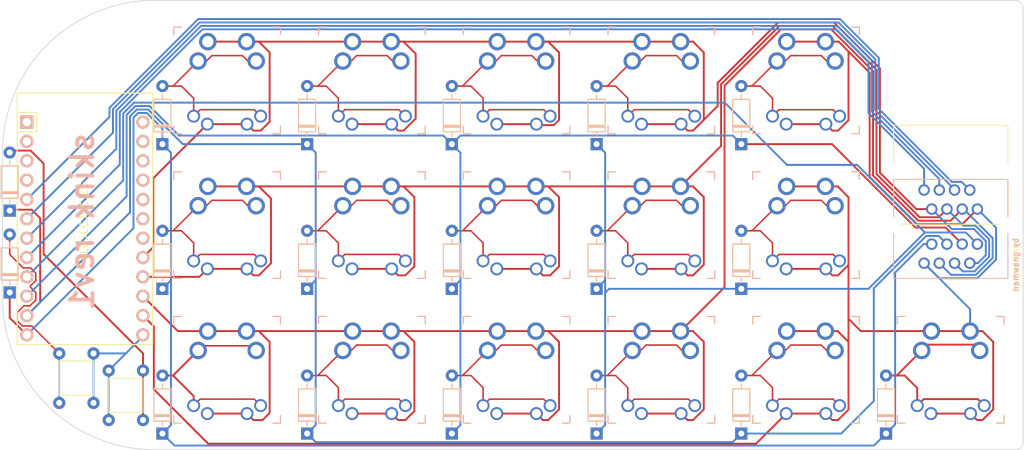
<source format=kicad_pcb>
(kicad_pcb (version 20221018) (generator pcbnew)
  (layers (0 "F.Cu" signal) (31 "B.Cu" signal) (34 "B.Paste" user) (35 "F.Paste" user) (36 "B.SilkS" user "B.Silkscreen") (37 "F.SilkS" user "F.Silkscreen") (38 "B.Mask" user) (39 "F.Mask" user) (44 "Edge.Cuts" user))
  (net 0 "")
  (net 1 "col3")
  (net 2 "col2")
  (net 3 "col1")
  (net 4 "col0")
  (net 5 "row0")
  (net 6 "row1")
  (net 7 "row2")
  (net 8 "row3")
  (net 9 "GND")
  (net 10 "VCC")
  (net 11 "col7")
  (net 12 "col6")
  (net 13 "col5")
  (net 14 "col4")
  (net 15 "rot1")
  (net 16 "rot2")
  (net 17 "RAW")
  (net 18 "RST")
  (net 19 "row4")
  (net 20 "ext1")
  (net 21 "ext2")
  (net 22 "ext0")
  (footprint "gnawman:Cherry-MX-Gateron-Lo-Flip" (layer "F.Cu") (at 49.8 50.4)
    (fp_text reference "s" hide)
    (fp_text value "s" hide)
  )
  (footprint "Diode_THT:D_DO-35_SOD27_P7.62mm_Horizontal" (layer "F.Cu") (at 21.25 59.25 90)
    (fp_text reference "R" hide)
    (fp_text value "d" hide)
  )
  (footprint "Diode_THT:D_DO-35_SOD27_P7.62mm_Horizontal" (layer "F.Cu") (at 79.3 39.77 90)
    (fp_text reference "R" hide)
    (fp_text value "d" hide)
  )
  (footprint "Diode_THT:D_DO-35_SOD27_P7.62mm_Horizontal" (layer "F.Cu") (at 60.3 58.77 90)
    (fp_text reference "R" hide)
    (fp_text value "d" hide)
  )
  (footprint "gnawman:Cherry-MX-Gateron-Lo-Flip" (layer "F.Cu") (at 87.8 50.4)
    (fp_text reference "s" hide)
    (fp_text value "s" hide)
  )
  (footprint "Diode_THT:D_DO-35_SOD27_P7.62mm_Horizontal" (layer "F.Cu") (at 21.25 48.5 90)
    (fp_text reference "R" hide)
    (fp_text value "d" hide)
  )
  (footprint "gnawman:Cherry-MX-Gateron-Lo-Flip" (layer "F.Cu") (at 125.8 69.4)
    (fp_text reference "s" hide)
    (fp_text value "s" hide)
  )
  (footprint "gnawman:Cherry-MX-Gateron-Lo-Flip" (layer "F.Cu") (at 68.8 69.4)
    (fp_text reference "s" hide)
    (fp_text value "s" hide)
  )
  (footprint "Diode_THT:D_DO-35_SOD27_P7.62mm_Horizontal" (layer "F.Cu") (at 98.3 77.77 90)
    (fp_text reference "R" hide)
    (fp_text value "d" hide)
  )
  (footprint "gnawman:Cherry-MX-Gateron-Lo-Flip" (layer "F.Cu") (at 106.8 31.4)
    (fp_text reference "s" hide)
    (fp_text value "s" hide)
  )
  (footprint "Diode_THT:D_DO-35_SOD27_P7.62mm_Horizontal" (layer "F.Cu") (at 41.3 58.77 90)
    (fp_text reference "R" hide)
    (fp_text value "d" hide)
  )
  (footprint "gnawman:Cherry-MX-Gateron-Lo-Flip" (layer "F.Cu") (at 106.8 69.4)
    (fp_text reference "s" hide)
    (fp_text value "s" hide)
  )
  (footprint "Diode_THT:D_DO-35_SOD27_P7.62mm_Horizontal" (layer "F.Cu") (at 117.3 39.77 90)
    (fp_text reference "R" hide)
    (fp_text value "d" hide)
  )
  (footprint "gnawman:Cherry-MX-Gateron-Lo-Flip" (layer "F.Cu") (at 144.8 69.4)
    (fp_text reference "s" hide)
    (fp_text value "s" hide)
  )
  (footprint "gnawman:Cherry-MX-Gateron-Lo-Flip" (layer "F.Cu") (at 87.8 31.4)
    (fp_text reference "s" hide)
    (fp_text value "s" hide)
  )
  (footprint "gnawman:Cherry-MX-Gateron-Lo-Flip" (layer "F.Cu") (at 125.8 31.4)
    (fp_text reference "s" hide)
    (fp_text value "s" hide)
  )
  (footprint "gnawman:Cherry-MX-Gateron-Lo-Flip" (layer "F.Cu") (at 106.8 50.4)
    (fp_text reference "s" hide)
    (fp_text value "s" hide)
  )
  (footprint "Diode_THT:D_DO-35_SOD27_P7.62mm_Horizontal" (layer "F.Cu") (at 117.3 58.77 90)
    (fp_text reference "R" hide)
    (fp_text value "d" hide)
  )
  (footprint "Diode_THT:D_DO-35_SOD27_P7.62mm_Horizontal" (layer "F.Cu") (at 60.3 77.77 90)
    (fp_text reference "R" hide)
    (fp_text value "d" hide)
  )
  (footprint "Diode_THT:D_DO-35_SOD27_P7.62mm_Horizontal" (layer "F.Cu") (at 60.3 39.77 90)
    (fp_text reference "R" hide)
    (fp_text value "d" hide)
  )
  (footprint "Diode_THT:D_DO-35_SOD27_P7.62mm_Horizontal" (layer "F.Cu") (at 117.3 77.77 90)
    (fp_text reference "R" hide)
    (fp_text value "d" hide)
  )
  (footprint "Diode_THT:D_DO-35_SOD27_P7.62mm_Horizontal" (layer "F.Cu") (at 79.3 77.77 90)
    (fp_text reference "R" hide)
    (fp_text value "d" hide)
  )
  (footprint "Diode_THT:D_DO-35_SOD27_P7.62mm_Horizontal" (layer "F.Cu") (at 136.3 77.77 90)
    (fp_text reference "R" hide)
    (fp_text value "d" hide)
  )
  (footprint "gnawman:Cherry-MX-Gateron-Lo-Flip" (layer "F.Cu") (at 68.8 50.4)
    (fp_text reference "s" hide)
    (fp_text value "s" hide)
  )
  (footprint "Connector_RJ:RJ45_gnawman" (layer "F.Cu") (at 136.3 39.8 180)
    (fp_text reference "REF" hide)
    (fp_text value "RJ45_gnawman")
  )
  (footprint "Diode_THT:D_DO-35_SOD27_P7.62mm_Horizontal" (layer "F.Cu") (at 79.3 58.77 90)
    (fp_text reference "R" hide)
    (fp_text value "d" hide)
  )
  (footprint "gnawman:Cherry-MX-Gateron-Lo-Flip" (layer "F.Cu") (at 125.8 50.4)
    (fp_text reference "s" hide)
    (fp_text value "s" hide)
  )
  (footprint "gnawman:Cherry-MX-Gateron-Lo-Flip" (layer "F.Cu") (at 49.8 31.4)
    (fp_text reference "s" hide)
    (fp_text value "s" hide)
  )
  (footprint "Diode_THT:D_DO-35_SOD27_P7.62mm_Horizontal" (layer "F.Cu") (at 41.3 77.77 90)
    (fp_text reference "R" hide)
    (fp_text value "d" hide)
  )
  (footprint "Diode_THT:D_DO-35_SOD27_P7.62mm_Horizontal" (layer "F.Cu") (at 98.3 58.77 90)
    (fp_text reference "R" hide)
    (fp_text value "d" hide)
  )
  (footprint "gnawman:Cherry-MX-Gateron-Lo-Flip" (layer "F.Cu") (at 68.8 31.4)
    (fp_text reference "s" hide)
    (fp_text value "s" hide)
  )
  (footprint "Diode_THT:D_DO-35_SOD27_P7.62mm_Horizontal" (layer "F.Cu") (at 41.3 39.77 90)
    (fp_text reference "R" hide)
    (fp_text value "d" hide)
  )
  (footprint "ProMicro" (layer "F.Cu") (at 31.12 50.85 -90)
    (fp_text reference "MCU1" hide)
    (fp_text value "" hide)
  )
  (footprint "gnawman:Cherry-MX-Gateron-Lo-Flip" (layer "F.Cu") (at 49.8 69.4)
    (fp_text reference "s" hide)
    (fp_text value "s" hide)
  )
  (footprint "Diode_THT:D_DO-35_SOD27_P7.62mm_Horizontal" (layer "F.Cu") (at 98.3 39.77 90)
    (fp_text reference "R" hide)
    (fp_text value "d" hide)
  )
  (footprint "gnawman:Cherry-MX-Gateron-Lo-Flip" (layer "F.Cu") (at 87.8 69.4)
    (fp_text reference "s" hide)
    (fp_text value "s" hide)
  )
  (footprint "gnawman:Momentary_Button" (layer "F.Cu") (at 29.25 70.75 90)
    (fp_text reference "button" hide)
    (fp_text value "Momentary_Button" hide)
  )
  (footprint "gnawman:Momentary_Button" (layer "F.Cu") (at 37.25 72.5 -90)
    (fp_text reference "button" hide)
    (fp_text value "Momentary_Button" hide)
  )
  (footprint "Connector_RJ:RJ45_gnawman" (layer "B.Cu") (at 153.3 46.9)
    (fp_text reference "REF" hide)
    (fp_text value "RJ45_gnawman")
  )
  (gr_line (start 20.3 40.9) (end 20.3 59.9) (stroke (width 0.1)) (layer "Edge.Cuts"))
  (gr_arc (start 153.3 20.9) (mid 154.007107 21.192893) (end 154.3 21.9) (stroke (width 0.1)) (layer "Edge.Cuts"))
  (gr_line (start 154.3 21.9) (end 154.3 78.9) (stroke (width 0.1)) (layer "Edge.Cuts"))
  (gr_line (start 40.3 79.9) (end 153.3 79.9) (stroke (width 0.1)) (layer "Edge.Cuts"))
  (gr_line (start 40.3 20.9) (end 153.3 20.9) (stroke (width 0.1)) (layer "Edge.Cuts"))
  (gr_arc (start 40.3 79.9) (mid 26.157864 74.042136) (end 20.3 59.9) (stroke (width 0.1)) (layer "Edge.Cuts"))
  (gr_arc (start 20.3 40.9) (mid 26.157864 26.757864) (end 40.3 20.9) (stroke (width 0.1)) (layer "Edge.Cuts"))
  (gr_arc (start 154.3 78.9) (mid 154.007107 79.607107) (end 153.3 79.9) (stroke (width 0.1)) (layer "Edge.Cuts"))
  (gr_text "by gnawman" (at 153.75 52 90) (layer "B.SilkS") (effects (font (size 0.75 0.75) (thickness 0.15) bold) (justify left bottom mirror)))
  (gr_text "skink rev1" (at 32.5 38 90) (layer "B.SilkS") (effects (font (size 3 3) (thickness 0.5) bold) (justify left bottom mirror)))
  (gr_text "JLCJLCJLCJLC" (at 31.6 55.1 90) (layer "F.SilkS") (effects (font (size 1 1)) (justify left bottom)))
  (gr_text "by gnawman" (at 153.75 59.25 90) (layer "F.SilkS") (effects (font (size 0.75 0.75) (thickness 0.15) bold) (justify left bottom)))
  (segment (start 92.2 55.1) (end 91.35 54.25) (width 0.2) (layer "F.Cu") (net 0))
  (segment (start 123.09 66.86) (end 123.8 66.15) (width 0.2) (layer "F.Cu") (net 0))
  (segment (start 45.4 72.85) (end 45.4 74.1) (width 0.25) (layer "F.Cu") (net 0))
  (segment (start 23.98724 56.0237) (end 24.6763 56.71276) (width 0.2) (layer "F.Cu") (net 0))
  (segment (start 62.8 70.15) (end 60.3 70.15) (width 0.2) (layer "F.Cu") (net 0))
  (segment (start 123.8 28.15) (end 127.8 28.15) (width 0.2) (layer "F.Cu") (net 0))
  (segment (start 108.8 47.15) (end 109.51 47.86) (width 0.2) (layer "F.Cu") (net 0))
  (segment (start 84.25 35.25) (end 83.4 36.1) (width 0.2) (layer "F.Cu") (net 0))
  (segment (start 123.09 28.86) (end 123.8 28.15) (width 0.2) (layer "F.Cu") (net 0))
  (segment (start 103.25 35.25) (end 102.4 36.1) (width 0.2) (layer "F.Cu") (net 0))
  (segment (start 85.8 66.15) (end 89.8 66.15) (width 0.2) (layer "F.Cu") (net 0))
  (segment (start 104.8 66.15) (end 108.8 66.15) (width 0.2) (layer "F.Cu") (net 0))
  (segment (start 130.2 74.1) (end 129.35 73.25) (width 0.2) (layer "F.Cu") (net 0))
  (segment (start 99.7 51.15) (end 102.99 47.86) (width 0.2) (layer "F.Cu") (net 0))
  (segment (start 141.75 66.1) (end 140.99 66.86) (width 0.25) (layer "F.Cu") (net 0))
  (segment (start 54.2 55.1) (end 53.35 54.25) (width 0.2) (layer "F.Cu") (net 0))
  (segment (start 45.4 52.75) (end 43.8 51.15) (width 0.2) (layer "F.Cu") (net 0))
  (segment (start 121.4 36.1) (end 121.4 33.75) (width 0.2) (layer "F.Cu") (net 0))
  (segment (start 22.25 62.96896) (end 22.92474 63.6437) (width 0.2) (layer "F.Cu") (net 0))
  (segment (start 38.75 76) (end 38.75 69.5) (width 0.25) (layer "F.Cu") (net 0))
  (segment (start 83.4 74.1) (end 83.4 71.75) (width 0.2) (layer "F.Cu") (net 0))
  (segment (start 24.6763 60.22724) (end 23.90354 61) (width 0.2) (layer "F.Cu") (net 0))
  (segment (start 45.4 36.1) (end 45.4 33.75) (width 0.2) (layer "F.Cu") (net 0))
  (segment (start 61.7 32.15) (end 64.99 28.86) (width 0.2) (layer "F.Cu") (net 0))
  (segment (start 92.2 36.1) (end 91.35 35.25) (width 0.2) (layer "F.Cu") (net 0))
  (segment (start 52.51 28.86) (end 53.61 28.86) (width 0.2) (layer "F.Cu") (net 0))
  (segment (start 122.25 35.25) (end 121.4 36.1) (width 0.2) (layer "F.Cu") (net 0))
  (segment (start 41.3 70.15) (end 42.7 70.15) (width 0.25) (layer "F.Cu") (net 0))
  (segment (start 43.8 32.15) (end 41.3 32.15) (width 0.2) (layer "F.Cu") (net 0))
  (segment (start 129.35 54.25) (end 122.25 54.25) (width 0.2) (layer "F.Cu") (net 0))
  (segment (start 61.7 51.15) (end 64.99 47.86) (width 0.2) (layer "F.Cu") (net 0))
  (segment (start 89.8 47.15) (end 90.51 47.86) (width 0.2) (layer "F.Cu") (net 0))
  (segment (start 91.35 73.25) (end 84.25 73.25) (width 0.2) (layer "F.Cu") (net 0))
  (segment (start 64.4 74.1) (end 64.4 71.75) (width 0.2) (layer "F.Cu") (net 0))
  (segment (start 23.98724 58.5637) (end 24.6763 59.25276) (width 0.2) (layer "F.Cu") (net 0))
  (segment (start 53 66.25) (end 46.6 66.25) (width 0.2) (layer "F.Cu") (net 0))
  (segment (start 84.25 54.25) (end 83.4 55.1) (width 0.2) (layer "F.Cu") (net 0))
  (segment (start 70.8 28.15) (end 71.51 28.86) (width 0.2) (layer "F.Cu") (net 0))
  (segment (start 70.8 66.15) (end 71.51 66.86) (width 0.2) (layer "F.Cu") (net 0))
  (segment (start 66.09 28.86) (end 66.8 28.15) (width 0.2) (layer "F.Cu") (net 0))
  (segment (start 22.25 61.86646) (end 22.25 62.96896) (width 0.2) (layer "F.Cu") (net 0))
  (segment (start 23.0237 56.0237) (end 23.98724 56.0237) (width 0.2) (layer "F.Cu") (net 0))
  (segment (start 65.25 35.25) (end 64.4 36.1) (width 0.2) (layer "F.Cu") (net 0))
  (segment (start 62.8 51.15) (end 60.3 51.15) (width 0.2) (layer "F.Cu") (net 0))
  (segment (start 66.8 47.15) (end 70.8 47.15) (width 0.2) (layer "F.Cu") (net 0))
  (segment (start 46.6 66.25) (end 45.99 66.86) (width 0.2) (layer "F.Cu") (net 0))
  (segment (start 47.09 47.86) (end 47.8 47.15) (width 0.2) (layer "F.Cu") (net 0))
  (segment (start 42.7 70.15) (end 45.4 72.85) (width 0.25) (layer "F.Cu") (net 0))
  (segment (start 148.61 66.86) (end 147.85 66.1) (width 0.25) (layer "F.Cu") (net 0))
  (segment (start 85.09 28.86) (end 85.8 28.15) (width 0.2) (layer "F.Cu") (net 0))
  (segment (start 51.8 47.15) (end 52.51 47.86) (width 0.2) (layer "F.Cu") (net 0))
  (segment (start 104.8 47.15) (end 108.8 47.15) (width 0.2) (layer "F.Cu") (net 0))
  (segment (start 110.35 35.25) (end 103.25 35.25) (width 0.2) (layer "F.Cu") (net 0))
  (segment (start 110.35 73.25) (end 103.25 73.25) (width 0.2) (layer "F.Cu") (net 0))
  (segment (start 91.35 54.25) (end 84.25 54.25) (width 0.2) (layer "F.Cu") (net 0))
  (segment (start 100.8 32.15) (end 98.3 32.15) (width 0.2) (layer "F.Cu") (net 0))
  (segment (start 130.2 36.1) (end 129.35 35.25) (width 0.2) (layer "F.Cu") (net 0))
  (segment (start 118.7 32.15) (end 121.99 28.86) (width 0.2) (layer "F.Cu") (net 0))
  (segment (start 108.8 66.15) (end 109.51 66.86) (width 0.2) (layer "F.Cu") (net 0))
  (segment (start 46.25 35.25) (end 45.4 36.1) (width 0.2) (layer "F.Cu") (net 0))
  (segment (start 130.2 55.1) (end 129.35 54.25) (width 0.2) (layer "F.Cu") (net 0))
  (segment (start 123.8 47.15) (end 127.8 47.15) (width 0.2) (layer "F.Cu") (net 0))
  (segment (start 64.4 71.75) (end 62.8 70.15) (width 0.2) (layer "F.Cu") (net 0))
  (segment (start 147.85 66.1) (end 141.75 66.1) (width 0.25) (layer "F.Cu") (net 0))
  (segment (start 140.99 66.86) (end 137.7 70.15) (width 0.25) (layer "F.Cu") (net 0))
  (segment (start 83.4 36.1) (end 83.4 33.75) (width 0.2) (layer "F.Cu") (net 0))
  (segment (start 24.6763 56.71276) (end 24.6763 57.68724) (width 0.2) (layer "F.Cu") (net 0))
  (segment (start 121.4 55.1) (end 121.4 52.75) (width 0.2) (layer "F.Cu") (net 0))
  (segment (start 127.8 28.15) (end 128.51 28.86) (width 0.2) (layer "F.Cu") (net 0))
  (segment (start 85.09 66.86) (end 85.8 66.15) (width 0.2) (layer "F.Cu") (net 0))
  (segment (start 73.2 74.1) (end 72.35 73.25) (width 0.2) (layer "F.Cu") (net 0))
  (segment (start 72.35 54.25) (end 65.25 54.25) (width 0.2) (layer "F.Cu") (net 0))
  (segment (start 104.09 66.86) (end 104.8 66.15) (width 0.2) (layer "F.Cu") (net 0))
  (segment (start 123.09 47.86) (end 123.8 47.15) (width 0.2) (layer "F.Cu") (net 0))
  (segment (start 83.4 71.75) (end 81.8 70.15) (width 0.2) (layer "F.Cu") (net 0))
  (segment (start 121.4 52.75) (end 119.8 51.15) (width 0.2) (layer "F.Cu") (net 0))
  (segment (start 111.2 55.1) (end 110.35 54.25) (width 0.2) (layer "F.Cu") (net 0))
  (segment (start 121.4 71.75) (end 119.8 70.15) (width 0.2) (layer "F.Cu") (net 0))
  (segment (start 99.7 70.15) (end 102.99 66.86) (width 0.2) (layer "F.Cu") (net 0))
  (segment (start 119.8 32.15) (end 117.3 32.15) (width 0.2) (layer "F.Cu") (net 0))
  (segment (start 21.5087 40.6213) (end 21.25 40.88) (width 0.25) (layer "F.Cu") (net 0))
  (segment (start 61.7 70.15) (end 64.99 66.86) (width 0.2) (layer "F.Cu") (net 0))
  (segment (start 45.4 33.75) (end 43.8 32.15) (width 0.2) (layer "F.Cu") (net 0))
  (segment (start 23.997595 40.6213) (end 21.5087 40.6213) (width 0.25) (layer "F.Cu") (net 0))
  (segment (start 89.8 28.15) (end 90.51 28.86) (width 0.2) (layer "F.Cu") (net 0))
  (segment (start 65.25 73.25) (end 64.4 74.1) (width 0.2) (layer "F.Cu") (net 0))
  (segment (start 42.7 51.15) (end 45.99 47.86) (width 0.2) (layer "F.Cu") (net 0))
  (segment (start 104.09 47.86) (end 104.8 47.15) (width 0.2) (layer "F.Cu") (net 0))
  (segment (start 51.8 28.15) (end 52.51 28.86) (width 0.2) (layer "F.Cu") (net 0))
  (segment (start 25.7 54.2) (end 25.7 42.323705) (width 0.25) (layer "F.Cu") (net 0))
  (segment (start 47.8 28.15) (end 51.8 28.15) (width 0.2) (layer "F.Cu") (net 0))
  (segment (start 85.8 28.15) (end 89.8 28.15) (width 0.2) (layer "F.Cu") (net 0))
  (segment (start 47.09 28.86) (end 47.8 28.15) (width 0.2) (layer "F.Cu") (net 0))
  (segment (start 119.8 51.15) (end 117.3 51.15) (width 0.2) (layer "F.Cu") (net 0))
  (segment (start 54.2 74.1) (end 53.35 73.25) (width 0.2) (layer "F.Cu") (net 0))
  (segment (start 84.25 73.25) (end 83.4 74.1) (width 0.2) (layer "F.Cu") (net 0))
  (segment (start 85.8 47.15) (end 89.8 47.15) (width 0.2) (layer "F.Cu") (net 0))
  (segment (start 91.35 35.25) (end 84.25 35.25) (width 0.2) (layer "F.Cu") (net 0))
  (segment (start 72.35 35.25) (end 65.25 35.25) (width 0.2) (layer "F.Cu") (net 0))
  (segment (start 137.7 70.15) (end 136.3 70.15) (width 0.25) (layer "F.Cu") (net 0))
  (segment (start 81.8 51.15) (end 79.3 51.15) (width 0.2) (layer "F.Cu") (net 0))
  (segment (start 80.7 70.15) (end 83.99 66.86) (width 0.2) (layer "F.Cu") (net 0))
  (segment (start 83.4 55.1) (end 83.4 52.75) (width 0.2) (layer "F.Cu") (net 0))
  (segment (start 47.8 47.15) (end 51.8 47.15) (width 0.2) (layer "F.Cu") (net 0))
  (segment (start 127.8 66.15) (end 128.51 66.86) (width 0.2) (layer "F.Cu") (net 0))
  (segment (start 46.25 54.25) (end 45.4 55.1) (width 0.2) (layer "F.Cu") (net 0))
  (segment (start 73.2 36.1) (end 72.35 35.25) (width 0.2) (layer "F.Cu") (net 0))
  (segment (start 89.8 66.15) (end 90.51 66.86) (width 0.2) (layer "F.Cu") (net 0))
  (segment (start 127.8 47.15) (end 128.51 47.86) (width 0.2) (layer "F.Cu") (net 0))
  (segment (start 83.4 33.75) (end 81.8 32.15) (width 0.2) (layer "F.Cu") (net 0))
  (segment (start 121.4 33.75) (end 119.8 32.15) (width 0.2) (layer "F.Cu") (net 0))
  (segment (start 21.25 54.25) (end 23.0237 56.0237) (width 0.2) (layer "F.Cu") (net 0))
  (segment (start 103.25 54.25) (end 102.4 55.1) (width 0.2) (layer "F.Cu") (net 0))
  (segment (start 45.4 55.1) (end 45.4 52.75) (width 0.2) (layer "F.Cu") (net 0))
  (segment (start 62.8 32.15) (end 60.3 32.15) (width 0.2) (layer "F.Cu") (net 0))
  (segment (start 138.75 70.15) (end 140.4 71.8) (width 0.25) (layer "F.Cu") (net 0))
  (segment (start 73.2 55.1) (end 72.35 54.25) (width 0.2) (layer "F.Cu") (net 0))
  (segment (start 24.1437 63.6437) (end 27.75 67.25) (width 0.2) (layer "F.Cu") (net 0))
  (segment (start 102.4 74.1) (end 102.4 71.75) (width 0.2) (layer "F.Cu") (net 0))
  (segment (start 24.6763 59.25276) (end 24.6763 60.22724) (width 0.2) (layer "F.Cu") (net 0))
  (segment (start 64.4 36.1) (end 64.4 33.75) (width 0.2) (layer "F.Cu") (net 0))
  (segment (start 92.2 74.1) (end 91.35 73.25) (width 0.2) (layer "F.Cu") (net 0))
  (segment (start 80.7 51.15) (end 83.99 47.86) (width 0.2) (layer "F.Cu") (net 0))
  (segment (start 66.09 66.86) (end 66.8 66.15) (width 0.2) (layer "F.Cu") (net 0))
  (segment (start 64.4 33.75) (end 62.8 32.15) (width 0.2) (layer "F.Cu") (net 0))
  (segment (start 23.98724 58.3763) (end 23.98724 58.5637) (width 0.2) (layer "F.Cu") (net 0))
  (segment (start 100.8 51.15) (end 98.3 51.15) (width 0.2) (layer "F.Cu") (net 0))
  (segment (start 129.35 35.25) (end 122.25 35.25) (width 0.2) (layer "F.Cu") (net 0))
  (segment (start 110.35 54.25) (end 103.25 54.25) (width 0.2) (layer "F.Cu") (net 0))
  (segment (start 148.35 73.25) (end 149.2 74.1) (width 0.25) (layer "F.Cu") (net 0))
  (segment (start 38.75 67.25) (end 38.75 69.5) (width 0.25) (layer "F.Cu") (net 0))
  (segment (start 43.8 51.15) (end 41.3 51.15) (width 0.2) (layer "F.Cu") (net 0))
  (segment (start 24.6763 57.68724) (end 23.98724 58.3763) (width 0.2) (layer "F.Cu") (net 0))
  (segment (start 21.25 51.63) (end 21.25 54.25) (width 0.2) (layer "F.Cu") (net 0))
  (segment (start 45.99 28.86) (end 47.09 28.86) (width 0.2) (layer "F.Cu") (net 0))
  (segment (start 25.7 42.323705) (end 23.997595 40.6213) (width 0.25) (layer "F.Cu") (net 0))
  (segment (start 66.09 47.86) (end 66.8 47.15) (width 0.2) (layer "F.Cu") (net 0))
  (segment (start 129.35 73.25) (end 122.25 73.25) (width 0.2) (layer "F.Cu") (net 0))
  (segment (start 136.3 70.15) (end 138.75 70.15) (width 0.25) (layer "F.Cu") (net 0))
  (segment (start 104.09 28.86) (end 104.8 28.15) (width 0.2) (layer "F.Cu") (net 0))
  (segment (start 53.61 66.86) (end 53 66.25) (width 0.2) (layer "F.Cu") (net 0))
  (segment (start 102.4 52.75) (end 100.8 51.15) (width 0.2) (layer "F.Cu") (net 0))
  (segment (start 111.2 36.1) (end 110.35 35.25) (width 0.2) (layer "F.Cu") (net 0))
  (segment (start 70.8 47.15) (end 71.51 47.86) (width 0.2) (layer "F.Cu") (net 0))
  (segment (start 121.4 74.1) (end 121.4 71.75) (width 0.2) (layer "F.Cu") (net 0))
  (segment (start 118.7 51.15) (end 121.99 47.86) (width 0.2) (layer "F.Cu") (net 0))
  (segment (start 81.8 70.15) (end 79.3 70.15) (width 0.2) (layer "F.Cu") (net 0))
  (segment (start 102.4 55.1) (end 102.4 52.75) (width 0.2) (layer "F.Cu") (net 0))
  (segment (start 42.7 70.15) (end 45.99 66.86) (width 0.25) (layer "F.Cu") (net 0))
  (segment (start 140.4 74.1) (end 141.25 73.25) (width 0.25) (layer "F.Cu") (net 0))
  (segment (start 80.7 32.15) (end 83.99 28.86) (width 0.2) (layer "F.Cu") (net 0))
  (segment (start 108.8 28.15) (end 109.51 28.86) (width 0.2) (layer "F.Cu") (net 0))
  (segment (start 111.2 74.1) (end 110.35 73.25) (width 0.2) (layer "F.Cu") (net 0))
  (segment (start 123.8 66.15) (end 127.8 66.15) (width 0.2) (layer "F.Cu") (net 0))
  (segment (start 53.35 73.25) (end 46.25 73.25) (width 0.2) (layer "F.Cu") (net 0))
  (segment (start 66.8 28.15) (end 70.8 28.15) (width 0.2) (layer "F.Cu") (net 0))
  (segment (start 118.7 70.15) (end 121.99 66.86) (width 0.2) (layer "F.Cu") (net 0))
  (segment (start 102.4 36.1) (end 102.4 33.75) (width 0.2) (layer "F.Cu") (net 0))
  (segment (start 65.25 54.25) (end 64.4 55.1) (width 0.2) (layer "F.Cu") (net 0))
  (segment (start 22.92474 63.6437) (end 24.1437 63.6437) (width 0.2) (layer "F.Cu") (net 0))
  (segment (start 140.4 71.8) (end 140.4 74.1) (width 0.25) (layer "F.Cu") (net 0))
  (segment (start 54.2 36.1) (end 53.35 35.25) (width 0.2) (layer "F.Cu") (net 0))
  (segment (start 102.4 71.75) (end 100.8 70.15) (width 0.2) (layer "F.Cu") (net 0))
  (segment (start 53.35 54.25) (end 46.25 54.25) (width 0.2) (layer "F.Cu") (net 0))
  (segment (start 53.35 35.25) (end 46.25 35.25) (width 0.2) (layer "F.Cu") (net 0))
  (segment (start 64.4 55.1) (end 64.4 52.75) (width 0.2) (layer "F.Cu") (net 0))
  (segment (start 99.7 32.15) (end 102.99 28.86) (width 0.2) (layer "F.Cu") (net 0))
  (segment (start 100.8 70.15) (end 98.3 70.15) (width 0.2) (layer "F.Cu") (net 0))
  (segment (start 141.25 73.25) (end 148.35 73.25) (width 0.25) (layer "F.Cu") (net 0))
  (segment (start 122.25 54.25) (end 121.4 55.1) (width 0.2) (layer "F.Cu") (net 0))
  (segment (start 122.25 73.25) (end 121.4 74.1) (width 0.2) (layer "F.Cu") (net 0))
  (segment (start 72.35 73.25) (end 65.25 73.25) (width 0.2) (layer "F.Cu") (net 0))
  (segment (start 66.8 66.15) (end 70.8 66.15) (width 0.2) (layer "F.Cu") (net 0))
  (segment (start 119.8 70.15) (end 117.3 70.15) (width 0.2) (layer "F.Cu") (net 0))
  (segment (start 81.8 32.15) (end 79.3 32.15) (width 0.2) (layer "F.Cu") (net 0))
  (segment (start 64.4 52.75) (end 62.8 51.15) (width 0.2) (layer "F.Cu") (net 0))
  (segment (start 83.4 52.75) (end 81.8 51.15) (width 0.2) (layer "F.Cu") (net 0))
  (segment (start 46.25 73.25) (end 45.4 74.1) (width 0.2) (layer "F.Cu") (net 0))
  (segment (start 102.4 33.75) (end 100.8 32.15) (width 0.2) (layer "F.Cu") (net 0))
  (segment (start 103.25 73.25) (end 102.4 74.1) (width 0.2) (layer "F.Cu") (net 0))
  (segment (start 85.09 47.86) (end 85.8 47.15) (width 0.2) (layer "F.Cu") (net 0))
  (segment (start 104.8 28.15) (end 108.8 28.15) (width 0.2) (layer "F.Cu") (net 0))
  (segment (start 23.11646 61) (end 22.25 61.86646) (width 0.2) (layer "F.Cu") (net 0))
  (segment (start 25.7 54.2) (end 38.75 67.25) (width 0.25) (layer "F.Cu") (net 0))
  (segment (start 23.90354 61) (end 23.11646 61) (width 0.2) (layer "F.Cu") (net 0))
  (segment (start 42.7 32.15) (end 45.99 28.86) (width 0.2) (layer "F.Cu") (net 0))
  (segment (start 27.75 67.25) (end 27.75 73.75) (width 0.2) (layer "B.Cu") (net 0))
  (segment (start 117.3 58.77) (end 133.993604 58.77) (width 0.25) (layer "B.Cu") (net 1))
  (segment (start 132.513604 42.5) (end 141.388604 51.375) (width 0.25) (layer "B.Cu") (net 1))
  (segment (start 36.15 44.55) (end 36.15 35.740812) (width 0.25) (layer "B.Cu") (net 1))
  (segment (start 123.3 42.5) (end 132.513604 42.5) (width 0.25) (layer "B.Cu") (net 1))
  (segment (start 23.5 57.2) (end 36.15 44.55) (width 0.25) (layer "B.Cu") (net 1))
  (segment (start 115.1287 34.3287) (end 123.3 42.5) (width 0.25) (layer "B.Cu") (net 1))
  (segment (start 98.3 39.77) (end 99.425 40.895) (width 0.25) (layer "B.Cu") (net 1))
  (segment (start 99.425 57.645) (end 99.425 59.3) (width 0.25) (layer "B.Cu") (net 1))
  (segment (start 37.562112 34.3287) (end 115.1287 34.3287) (width 0.25) (layer "B.Cu") (net 1))
  (segment (start 146.775 51.375) (end 148.3 52.9) (width 0.25) (layer "B.Cu") (net 1))
  (segment (start 99.425 57.645) (end 98.3 58.77) (width 0.25) (layer "B.Cu") (net 1))
  (segment (start 36.15 35.740812) (end 37.562112 34.3287) (width 0.25) (layer "B.Cu") (net 1))
  (segment (start 99.425 59.3) (end 99.425 76.645) (width 0.25) (layer "B.Cu") (net 1))
  (segment (start 99.955 58.77) (end 99.425 59.3) (width 0.25) (layer "B.Cu") (net 1))
  (segment (start 99.425 76.645) (end 98.3 77.77) (width 0.25) (layer "B.Cu") (net 1))
  (segment (start 133.993604 58.77) (end 141.388604 51.375) (width 0.25) (layer "B.Cu") (net 1))
  (segment (start 141.388604 51.375) (end 146.775 51.375) (width 0.25) (layer "B.Cu") (net 1))
  (segment (start 117.3 58.77) (end 99.955 58.77) (width 0.25) (layer "B.Cu") (net 1))
  (segment (start 99.425 40.895) (end 99.425 57.645) (width 0.25) (layer "B.Cu") (net 1))
  (segment (start 144.125 50.725) (end 146.3 52.9) (width 0.25) (layer "F.Cu") (net 2))
  (segment (start 117.3 39.77) (end 129.209162 39.77) (width 0.25) (layer "F.Cu") (net 2))
  (segment (start 140.164162 50.725) (end 144.125 50.725) (width 0.25) (layer "F.Cu") (net 2))
  (segment (start 129.209162 39.77) (end 140.164162 50.725) (width 0.25) (layer "F.Cu") (net 2))
  (segment (start 80.425 57.645) (end 80.425 76.645) (width 0.25) (layer "B.Cu") (net 2))
  (segment (start 37.748508 34.7787) (end 36.6 35.927208) (width 0.25) (layer "B.Cu") (net 2))
  (segment (start 80.425 40.895) (end 80.425 57.645) (width 0.25) (layer "B.Cu") (net 2))
  (segment (start 79.3 39.77) (end 78.175 38.645) (width 0.25) (layer "B.Cu") (net 2))
  (segment (start 43.476687 38.645) (end 39.610387 34.7787) (width 0.25) (layer "B.Cu") (net 2))
  (segment (start 80.425 57.645) (end 79.3 58.77) (width 0.25) (layer "B.Cu") (net 2))
  (segment (start 79.3 39.77) (end 80.425 38.645) (width 0.25) (layer "B.Cu") (net 2))
  (segment (start 39.610387 34.7787) (end 37.748508 34.7787) (width 0.25) (layer "B.Cu") (net 2))
  (segment (start 36.6 35.927208) (end 36.6 46.64) (width 0.25) (layer "B.Cu") (net 2))
  (segment (start 78.175 38.645) (end 43.476687 38.645) (width 0.25) (layer "B.Cu") (net 2))
  (segment (start 80.425 76.645) (end 79.3 77.77) (width 0.25) (layer "B.Cu") (net 2))
  (segment (start 80.425 38.645) (end 116.175 38.645) (width 0.25) (layer "B.Cu") (net 2))
  (segment (start 36.6 46.64) (end 23.5 59.74) (width 0.25) (layer "B.Cu") (net 2))
  (segment (start 116.175 38.645) (end 117.3 39.77) (width 0.25) (layer "B.Cu") (net 2))
  (segment (start 79.3 39.77) (end 80.425 40.895) (width 0.25) (layer "B.Cu") (net 2))
  (segment (start 25.25 60.53) (end 23.5 62.28) (width 0.25) (layer "F.Cu") (net 3))
  (segment (start 25.25 49.5) (end 25.25 60.53) (width 0.25) (layer "F.Cu") (net 3))
  (segment (start 24.1287 48.3787) (end 25.25 49.5) (width 0.25) (layer "F.Cu") (net 3))
  (segment (start 21.25 48.5) (end 21.3713 48.3787) (width 0.25) (layer "F.Cu") (net 3))
  (segment (start 21.3713 48.3787) (end 24.1287 48.3787) (width 0.25) (layer "F.Cu") (net 3))
  (segment (start 60.3 77.77) (end 61.425 78.895) (width 0.25) (layer "B.Cu") (net 3))
  (segment (start 61.425 40.895) (end 61.425 57.645) (width 0.25) (layer "B.Cu") (net 3))
  (segment (start 61.425 57.645) (end 61.425 76.645) (width 0.25) (layer "B.Cu") (net 3))
  (segment (start 134.7 73.5) (end 130.43 77.77) (width 0.25) (layer "B.Cu") (net 3))
  (segment (start 37.05 36.113604) (end 37.05 48.73) (width 0.25) (layer "B.Cu") (net 3))
  (segment (start 141.575 51.825) (end 134.7 58.7) (width 0.25) (layer "B.Cu") (net 3))
  (segment (start 37.934904 35.2287) (end 37.05 36.113604) (width 0.25) (layer "B.Cu") (net 3))
  (segment (start 37.05 48.73) (end 23.5 62.28) (width 0.25) (layer "B.Cu") (net 3))
  (segment (start 61.425 76.645) (end 60.3 77.77) (width 0.25) (layer "B.Cu") (net 3))
  (segment (start 61.425 57.645) (end 60.3 58.77) (width 0.25) (layer "B.Cu") (net 3))
  (segment (start 134.7 58.7) (end 134.7 73.5) (width 0.25) (layer "B.Cu") (net 3))
  (segment (start 130.43 77.77) (end 117.3 77.77) (width 0.25) (layer "B.Cu") (net 3))
  (segment (start 116.175 78.895) (end 117.3 77.77) (width 0.25) (layer "B.Cu") (net 3))
  (segment (start 144.3 52.9) (end 143.225 51.825) (width 0.25) (layer "B.Cu") (net 3))
  (segment (start 143.225 51.825) (end 141.575 51.825) (width 0.25) (layer "B.Cu") (net 3))
  (segment (start 61.425 78.895) (end 116.175 78.895) (width 0.25) (layer "B.Cu") (net 3))
  (segment (start 60.3 39.77) (end 61.425 40.895) (width 0.25) (layer "B.Cu") (net 3))
  (segment (start 39.423991 35.2287) (end 37.934904 35.2287) (width 0.25) (layer "B.Cu") (net 3))
  (segment (start 43.965291 39.77) (end 39.423991 35.2287) (width 0.25) (layer "B.Cu") (net 3))
  (segment (start 60.3 39.77) (end 43.965291 39.77) (width 0.25) (layer "B.Cu") (net 3))
  (segment (start 21.25 59.25) (end 21.25 62.57) (width 0.25) (layer "F.Cu") (net 4))
  (segment (start 21.25 62.57) (end 23.5 64.82) (width 0.25) (layer "F.Cu") (net 4))
  (segment (start 137.5 56.63934) (end 137.5 76.57) (width 0.25) (layer "B.Cu") (net 4))
  (segment (start 38.1213 35.6787) (end 37.5 36.3) (width 0.25) (layer "B.Cu") (net 4))
  (segment (start 142.3 52.9) (end 141.23934 52.9) (width 0.25) (layer "B.Cu") (net 4))
  (segment (start 37.5 50.82) (end 23.5 64.82) (width 0.25) (layer "B.Cu") (net 4))
  (segment (start 134.725 79.345) (end 136.3 77.77) (width 0.25) (layer "B.Cu") (net 4))
  (segment (start 41.3 39.77) (end 42.425 40.895) (width 0.25) (layer "B.Cu") (net 4))
  (segment (start 42.425 40.895) (end 42.425 57.645) (width 0.25) (layer "B.Cu") (net 4))
  (segment (start 137.5 76.57) (end 136.3 77.77) (width 0.25) (layer "B.Cu") (net 4))
  (segment (start 41.3 39.77) (end 41.3 37.741105) (width 0.25) (layer "B.Cu") (net 4))
  (segment (start 39.237595 35.6787) (end 38.1213 35.6787) (width 0.25) (layer "B.Cu") (net 4))
  (segment (start 141.23934 52.9) (end 137.5 56.63934) (width 0.25) (layer "B.Cu") (net 4))
  (segment (start 42.425 57.645) (end 42.425 76.645) (width 0.25) (layer "B.Cu") (net 4))
  (segment (start 42.425 57.645) (end 41.3 58.77) (width 0.25) (layer "B.Cu") (net 4))
  (segment (start 37.5 36.3) (end 37.5 50.82) (width 0.25) (layer "B.Cu") (net 4))
  (segment (start 42.425 76.645) (end 41.3 77.77) (width 0.25) (layer "B.Cu") (net 4))
  (segment (start 41.3 37.741105) (end 39.237595 35.6787) (width 0.25) (layer "B.Cu") (net 4))
  (segment (start 42.875 79.345) (end 134.725 79.345) (width 0.25) (layer "B.Cu") (net 4))
  (segment (start 41.3 77.77) (end 42.875 79.345) (width 0.25) (layer "B.Cu") (net 4))
  (segment (start 55.375 36.825) (end 54.2 38) (width 0.25) (layer "F.Cu") (net 5))
  (segment (start 47.2 37.15) (end 52.4 37.15) (width 0.25) (layer "F.Cu") (net 5))
  (segment (start 92.686701 37.275) (end 90.525 37.275) (width 0.25) (layer "F.Cu") (net 5))
  (segment (start 47.2 37.15) (end 40.1 44.25) (width 0.25) (layer "F.Cu") (net 5))
  (segment (start 90.34 26.32) (end 91.956446 26.32) (width 0.25) (layer "F.Cu") (net 5))
  (segment (start 54.2 38) (end 53.25 38) (width 0.25) (layer "F.Cu") (net 5))
  (segment (start 109.34 26.32) (end 110.956446 26.32) (width 0.25) (layer "F.Cu") (net 5))
  (segment (start 52.34 26.32) (end 53.956446 26.32) (width 0.25) (layer "F.Cu") (net 5))
  (segment (start 72.961701 38) (end 72.25 38) (width 0.25) (layer "F.Cu") (net 5))
  (segment (start 104.2 37.15) (end 109.4 37.15) (width 0.25) (layer "F.Cu") (net 5))
  (segment (start 53.956446 26.32) (end 55.375 27.738554) (width 0.25) (layer "F.Cu") (net 5))
  (segment (start 74.55 27.913554) (end 74.55 36.411701) (width 0.25) (layer "F.Cu") (net 5))
  (segment (start 66.2 37.15) (end 71.4 37.15) (width 0.25) (layer "F.Cu") (net 5))
  (segment (start 129.472792 23.8) (end 135.5 29.827208) (width 0.25) (layer "F.Cu") (net 5))
  (segment (start 55.375 27.738554) (end 55.375 36.825) (width 0.25) (layer "F.Cu") (net 5))
  (segment (start 122.127208 23.8) (end 129.472792 23.8) (width 0.25) (layer "F.Cu") (net 5))
  (segment (start 112.375 36.586701) (end 110.961701 38) (width 0.25) (layer "F.Cu") (net 5))
  (segment (start 93.375 27.738554) (end 93.375 36.586701) (width 0.25) (layer "F.Cu") (net 5))
  (segment (start 74.55 36.411701) (end 72.961701 38) (width 0.25) (layer "F.Cu") (net 5))
  (segment (start 140.284746 48.3) (end 142.3 48.3) (width 0.25) (layer "F.Cu") (net 5))
  (segment (start 72.956446 26.32) (end 74.55 27.913554) (width 0.25) (layer "F.Cu") (net 5))
  (segment (start 135.5 29.827208) (end 135.5 43.515254) (width 0.25) (layer "F.Cu") (net 5))
  (segment (start 114.198198 34.763503) (end 114.198198 31.72901) (width 0.25) (layer "F.Cu") (net 5))
  (segment (start 93.375 36.586701) (end 92.686701 37.275) (width 0.25) (layer "F.Cu") (net 5))
  (segment (start 53.25 38) (end 52.4 37.15) (width 0.25) (layer "F.Cu") (net 5))
  (segment (start 71.34 26.32) (end 72.956446 26.32) (width 0.25) (layer "F.Cu") (net 5))
  (segment (start 114.198198 31.72901) (end 122.127208 23.8) (width 0.25) (layer "F.Cu") (net 5))
  (segment (start 110.25 38) (end 109.4 37.15) (width 0.25) (layer "F.Cu") (net 5))
  (segment (start 112.375 36.586701) (end 114.198198 34.763503) (width 0.25) (layer "F.Cu") (net 5))
  (segment (start 40.1 44.25) (end 40.1 53.3) (width 0.25) (layer "F.Cu") (net 5))
  (segment (start 110.961701 38) (end 110.25 38) (width 0.25) (layer "F.Cu") (net 5))
  (segment (start 91.956446 26.32) (end 93.375 27.738554) (width 0.25) (layer "F.Cu") (net 5))
  (segment (start 135.5 43.515254) (end 140.284746 48.3) (width 0.25) (layer "F.Cu") (net 5))
  (segment (start 112.375 27.738554) (end 112.375 36.586701) (width 0.25) (layer "F.Cu") (net 5))
  (segment (start 109.34 26.32) (end 47.26 26.32) (width 0.25) (layer "F.Cu") (net 5))
  (segment (start 90.4 37.15) (end 85.2 37.15) (width 0.25) (layer "F.Cu") (net 5))
  (segment (start 40.1 53.3) (end 38.74 54.66) (width 0.25) (layer "F.Cu") (net 5))
  (segment (start 72.25 38) (end 71.4 37.15) (width 0.25) (layer "F.Cu") (net 5))
  (segment (start 110.956446 26.32) (end 112.375 27.738554) (width 0.25) (layer "F.Cu") (net 5))
  (segment (start 148.36066 55.4) (end 147.3 55.4) (width 0.25) (layer "B.Cu") (net 5))
  (segment (start 147.84528 50.925) (end 149.4 52.47972) (width 0.25) (layer "B.Cu") (net 5))
  (segment (start 144.925 50.925) (end 147.84528 50.925) (width 0.25) (layer "B.Cu") (net 5))
  (segment (start 149.4 52.47972) (end 149.4 54.36066) (width 0.25) (layer "B.Cu") (net 5))
  (segment (start 149.4 54.36066) (end 148.36066 55.4) (width 0.25) (layer "B.Cu") (net 5))
  (segment (start 142.3 48.3) (end 144.925 50.925) (width 0.25) (layer "B.Cu") (net 5))
  (segment (start 129.286396 24.25) (end 135.05 30.013604) (width 0.25) (layer "F.Cu") (net 6))
  (segment (start 55.55 46.913554) (end 55.55 55.411701) (width 0.25) (layer "F.Cu") (net 6))
  (segment (start 73.2 57) (end 72.25 57) (width 0.25) (layer "F.Cu") (net 6))
  (segment (start 90.34 45.32) (end 91.956446 45.32) (width 0.25) (layer "F.Cu") (net 6))
  (segment (start 71.4 56.15) (end 66.2 56.15) (width 0.25) (layer "F.Cu") (net 6))
  (segment (start 109.34 45.32) (end 110.956446 45.32) (width 0.25) (layer "F.Cu") (net 6))
  (segment (start 52.34 45.32) (end 53.956446 45.32) (width 0.25) (layer "F.Cu") (net 6))
  (segment (start 72.956446 45.32) (end 74.375 46.738554) (width 0.25) (layer "F.Cu") (net 6))
  (segment (start 112.375 46.738554) (end 112.375 55.586701) (width 0.25) (layer "F.Cu") (net 6))
  (segment (start 46.15 57.2) (end 38.74 57.2) (width 0.25) (layer "F.Cu") (net 6))
  (segment (start 74.375 55.825) (end 73.2 57) (width 0.25) (layer "F.Cu") (net 6))
  (segment (start 112.375 55.586701) (end 110.961701 57) (width 0.25) (layer "F.Cu") (net 6))
  (segment (start 135.05 30.013604) (end 135.05 43.70165) (width 0.25) (layer "F.Cu") (net 6))
  (segment (start 47.2 56.15) (end 46.15 57.2) (width 0.25) (layer "F.Cu") (net 6))
  (segment (start 135.05 43.70165) (end 140.72335 49.375) (width 0.25) (layer "F.Cu") (net 6))
  (segment (start 55.55 55.411701) (end 53.961701 57) (width 0.25) (layer "F.Cu") (net 6))
  (segment (start 53.956446 45.32) (end 55.55 46.913554) (width 0.25) (layer "F.Cu") (net 6))
  (segment (start 93.375 55.825) (end 92.2 57) (width 0.25) (layer "F.Cu") (net 6))
  (segment (start 109.4 56.15) (end 104.2 56.15) (width 0.25) (layer "F.Cu") (net 6))
  (segment (start 143.225 49.375) (end 144.3 48.3) (width 0.25) (layer "F.Cu") (net 6))
  (segment (start 71.34 45.32) (end 72.956446 45.32) (width 0.25) (layer "F.Cu") (net 6))
  (segment (start 91.25 57) (end 90.4 56.15) (width 0.25) (layer "F.Cu") (net 6))
  (segment (start 122.313604 24.25) (end 129.286396 24.25) (width 0.25) (layer "F.Cu") (net 6))
  (segment (start 110.956446 45.32) (end 112.375 46.738554) (width 0.25) (layer "F.Cu") (net 6))
  (segment (start 52.4 56.15) (end 47.2 56.15) (width 0.25) (layer "F.Cu") (net 6))
  (segment (start 92.2 57) (end 91.25 57) (width 0.25) (layer "F.Cu") (net 6))
  (segment (start 109.34 45.32) (end 114.648198 40.011802) (width 0.25) (layer "F.Cu") (net 6))
  (segment (start 53.961701 57) (end 53.25 57) (width 0.25) (layer "F.Cu") (net 6))
  (segment (start 93.375 46.738554) (end 93.375 55.825) (width 0.25) (layer "F.Cu") (net 6))
  (segment (start 72.25 57) (end 71.4 56.15) (width 0.25) (layer "F.Cu") (net 6))
  (segment (start 140.72335 49.375) (end 143.225 49.375) (width 0.25) (layer "F.Cu") (net 6))
  (segment (start 53.25 57) (end 52.4 56.15) (width 0.25) (layer "F.Cu") (net 6))
  (segment (start 110.25 57) (end 109.4 56.15) (width 0.25) (layer "F.Cu") (net 6))
  (segment (start 109.34 45.32) (end 47.26 45.32) (width 0.25) (layer "F.Cu") (net 6))
  (segment (start 114.648198 31.915406) (end 122.313604 24.25) (width 0.25) (layer "F.Cu") (net 6))
  (segment (start 114.648198 40.011802) (end 114.648198 31.915406) (width 0.25) (layer "F.Cu") (net 6))
  (segment (start 74.375 46.738554) (end 74.375 55.825) (width 0.25) (layer "F.Cu") (net 6))
  (segment (start 110.961701 57) (end 110.25 57) (width 0.25) (layer "F.Cu") (net 6))
  (segment (start 91.956446 45.32) (end 93.375 46.738554) (width 0.25) (layer "F.Cu") (net 6))
  (segment (start 90.4 56.15) (end 85.2 56.15) (width 0.25) (layer "F.Cu") (net 6))
  (segment (start 147.922056 56.475) (end 146.375 56.475) (width 0.25) (layer "B.Cu") (net 6))
  (segment (start 149.85 54.547056) (end 147.922056 56.475) (width 0.25) (layer "B.Cu") (net 6))
  (segment (start 148.031676 50.475) (end 149.85 52.293324) (width 0.25) (layer "B.Cu") (net 6))
  (segment (start 146.475 50.475) (end 148.031676 50.475) (width 0.25) (layer "B.Cu") (net 6))
  (segment (start 149.85 52.293324) (end 149.85 54.547056) (width 0.25) (layer "B.Cu") (net 6))
  (segment (start 144.3 48.3) (end 146.475 50.475) (width 0.25) (layer "B.Cu") (net 6))
  (segment (start 146.375 56.475) (end 145.3 55.4) (width 0.25) (layer "B.Cu") (net 6))
  (segment (start 71.34 64.32) (end 72.956446 64.32) (width 0.25) (layer "F.Cu") (net 7))
  (segment (start 55.375 75.075) (end 54.45 76) (width 0.25) (layer "F.Cu") (net 7))
  (segment (start 55.375 65.738554) (end 55.375 75.075) (width 0.25) (layer "F.Cu") (net 7))
  (segment (start 144.775 49.825) (end 146.3 48.3) (width 0.25) (layer "F.Cu") (net 7))
  (segment (start 91.961701 76) (end 91.25 76) (width 0.25) (layer "F.Cu") (net 7))
  (segment (start 93.375 74.586701) (end 91.961701 76) (width 0.25) (layer "F.Cu") (net 7))
  (segment (start 134.6 30.2) (end 134.6 43.888046) (width 0.25) (layer "F.Cu") (net 7))
  (segment (start 71.4 75.15) (end 66.2 75.15) (width 0.25) (layer "F.Cu") (net 7))
  (segment (start 112.375 65.738554) (end 112.375 74.586701) (width 0.25) (layer "F.Cu") (net 7))
  (segment (start 72.25 76) (end 71.4 75.15) (width 0.25) (layer "F.Cu") (net 7))
  (segment (start 52.4 75.15) (end 47.2 75.15) (width 0.25) (layer "F.Cu") (net 7))
  (segment (start 109.34 64.32) (end 47.26 64.32) (width 0.25) (layer "F.Cu") (net 7))
  (segment (start 93.375 65.738554) (end 93.375 74.586701) (width 0.25) (layer "F.Cu") (net 7))
  (segment (start 72.956446 64.32) (end 74.375 65.738554) (width 0.25) (layer "F.Cu") (net 7))
  (segment (start 91.956446 64.32) (end 93.375 65.738554) (width 0.25) (layer "F.Cu") (net 7))
  (segment (start 134.6 43.888046) (end 140.536954 49.825) (width 0.25) (layer "F.Cu") (net 7))
  (segment (start 110.956446 64.32) (end 112.375 65.738554) (width 0.25) (layer "F.Cu") (net 7))
  (segment (start 110.961701 76) (end 110.25 76) (width 0.25) (layer "F.Cu") (net 7))
  (segment (start 74.375 65.738554) (end 74.375 74.825) (width 0.25) (layer "F.Cu") (net 7))
  (segment (start 112.375 74.586701) (end 110.961701 76) (width 0.25) (layer "F.Cu") (net 7))
  (segment (start 52.34 64.32) (end 53.956446 64.32) (width 0.25) (layer "F.Cu") (net 7))
  (segment (start 43.32 64.32) (end 38.74 59.74) (width 0.25) (layer "F.Cu") (net 7))
  (segment (start 109.4 75.15) (end 104.2 75.15) (width 0.25) (layer "F.Cu") (net 7))
  (segment (start 109.34 64.32) (end 110.956446 64.32) (width 0.25) (layer "F.Cu") (net 7))
  (segment (start 53.25 76) (end 52.4 75.15) (width 0.25) (layer "F.Cu") (net 7))
  (segment (start 110.25 76) (end 109.4 75.15) (width 0.25) (layer "F.Cu") (net 7))
  (segment (start 74.375 74.825) (end 73.2 76) (width 0.25) (layer "F.Cu") (net 7))
  (segment (start 115.098198 58.561802) (end 115.098198 32.101802) (width 0.25) (layer "F.Cu") (net 7))
  (segment (start 90.4 75.15) (end 85.2 75.15) (width 0.25) (layer "F.Cu") (net 7))
  (segment (start 47.26 64.32) (end 43.32 64.32) (width 0.25) (layer "F.Cu") (net 7))
  (segment (start 140.536954 49.825) (end 144.775 49.825) (width 0.25) (layer "F.Cu") (net 7))
  (segment (start 109.34 64.32) (end 115.098198 58.561802) (width 0.25) (layer "F.Cu") (net 7))
  (segment (start 129.1 24.7) (end 134.6 30.2) (width 0.25) (layer "F.Cu") (net 7))
  (segment (start 53.956446 64.32) (end 55.375 65.738554) (width 0.25) (layer "F.Cu") (net 7))
  (segment (start 73.2 76) (end 72.25 76) (width 0.25) (layer "F.Cu") (net 7))
  (segment (start 91.25 76) (end 90.4 75.15) (width 0.25) (layer "F.Cu") (net 7))
  (segment (start 122.5 24.7) (end 129.1 24.7) (width 0.25) (layer "F.Cu") (net 7))
  (segment (start 90.34 64.32) (end 91.956446 64.32) (width 0.25) (layer "F.Cu") (net 7))
  (segment (start 115.098198 32.101802) (end 122.5 24.7) (width 0.25) (layer "F.Cu") (net 7))
  (segment (start 54.45 76) (end 53.25 76) (width 0.25) (layer "F.Cu") (net 7))
  (segment (start 146.3 48.3) (end 146.493072 48.3) (width 0.25) (layer "B.Cu") (net 7))
  (segment (start 146.493072 48.3) (end 150.3 52.106928) (width 0.25) (layer "B.Cu") (net 7))
  (segment (start 148.108452 56.925) (end 144.825 56.925) (width 0.25) (layer "B.Cu") (net 7))
  (segment (start 150.3 54.733452) (end 148.108452 56.925) (width 0.25) (layer "B.Cu") (net 7))
  (segment (start 150.3 52.106928) (end 150.3 54.733452) (width 0.25) (layer "B.Cu") (net 7))
  (segment (start 144.825 56.925) (end 143.3 55.4) (width 0.25) (layer "B.Cu") (net 7))
  (segment (start 130 76) (end 129.25 76) (width 0.25) (layer "F.Cu") (net 8))
  (segment (start 131.375 62.7) (end 131.375 65.738554) (width 0.25) (layer "F.Cu") (net 8))
  (segment (start 131.375 27.611396) (end 131.375 27.738554) (width 0.25) (layer "F.Cu") (net 8))
  (segment (start 142.2 75.15) (end 147.4 75.15) (width 0.25) (layer "F.Cu") (net 8))
  (segment (start 148.25 76) (end 147.4 75.15) (width 0.25) (layer "F.Cu") (net 8))
  (segment (start 146.325 50.275) (end 148.3 48.3) (width 0.25) (layer "F.Cu") (net 8))
  (segment (start 129.25 57) (end 128.4 56.15) (width 0.25) (layer "F.Cu") (net 8))
  (segment (start 131.375 55.625) (end 130 57) (width 0.25) (layer "F.Cu") (net 8))
  (segment (start 131.375 27.738554) (end 131.375 36.625) (width 0.25) (layer "F.Cu") (net 8))
  (segment (start 140.350558 50.275) (end 146.325 50.275) (width 0.25) (layer "F.Cu") (net 8))
  (segment (start 128.34 64.32) (end 129.956446 64.32) (width 0.25) (layer "F.Cu") (net 8))
  (segment (start 131.375 55.625) (end 131.375 62.7) (width 0.25) (layer "F.Cu") (net 8))
  (segment (start 142.26 64.32) (end 147.34 64.32) (width 0.25) (layer "F.Cu") (net 8))
  (segment (start 40.175 63.715) (end 38.74 62.28) (width 0.25) (layer "F.Cu") (net 8))
  (segment (start 134.15 30.386396) (end 134.15 44.074442) (width 0.25) (layer "F.Cu") (net 8))
  (segment (start 129.956446 45.32) (end 131.375 46.738554) (width 0.25) (layer "F.Cu") (net 8))
  (segment (start 129.25 76) (end 128.4 75.15) (width 0.25) (layer "F.Cu") (net 8))
  (segment (start 119.25 79.1) (end 47.3 79.1) (width 0.25) (layer "F.Cu") (net 8))
  (segment (start 150.375 74.586701) (end 148.961701 76) (width 0.25) (layer "F.Cu") (net 8))
  (segment (start 123.26 64.32) (end 128.34 64.32) (width 0.25) (layer "F.Cu") (net 8))
  (segment (start 40.175 71.975) (end 40.175 63.715) (width 0.25) (layer "F.Cu") (net 8))
  (segment (start 131.375 65.738554) (end 131.375 74.625) (width 0.25) (layer "F.Cu") (net 8))
  (segment (start 123.2 75.15) (end 128.4 75.15) (width 0.25) (layer "F.Cu") (net 8))
  (segment (start 131.375 46.738554) (end 131.375 55.625) (width 0.25) (layer "F.Cu") (net 8))
  (segment (start 142.26 64.32) (end 132.995 64.32) (width 0.25) (layer "F.Cu") (net 8))
  (segment (start 123.2 75.15) (end 119.25 79.1) (width 0.25) (layer "F.Cu") (net 8))
  (segment (start 47.3 79.1) (end 40.175 71.975) (width 0.25) (layer "F.Cu") (net 8))
  (segment (start 130.083604 26.32) (end 134.15 30.386396) (width 0.25) (layer "F.Cu") (net 8))
  (segment (start 129.25 38) (end 128.4 37.15) (width 0.25) (layer "F.Cu") (net 8))
  (segment (start 128.34 45.32) (end 129.956446 45.32) (width 0.25) (layer "F.Cu") (net 8))
  (segment (start 131.375 36.625) (end 130 38) (width 0.25) (layer "F.Cu") (net 8))
  (segment (start 128.34 26.32) (end 130.083604 26.32) (width 0.25) (layer "F.Cu") (net 8))
  (segment (start 134.15 44.074442) (end 140.350558 50.275) (width 0.25) (layer "F.Cu") (net 8))
  (segment (start 130 38) (end 129.25 38) (width 0.25) (layer "F.Cu") (net 8))
  (segment (start 148.956446 64.32) (end 150.375 65.738554) (width 0.25) (layer "F.Cu") (net 8))
  (segment (start 123.2 37.15) (end 128.4 37.15) (width 0.25) (layer "F.Cu") (net 8))
  (segment (start 150.375 65.738554) (end 150.375 74.586701) (width 0.25) (layer "F.Cu") (net 8))
  (segment (start 129.956446 64.32) (end 131.375 65.738554) (width 0.25) (layer "F.Cu") (net 8))
  (segment (start 130 57) (end 129.25 57) (width 0.25) (layer "F.Cu") (net 8))
  (segment (start 123.2 56.15) (end 128.4 56.15) (width 0.25) (layer "F.Cu") (net 8))
  (segment (start 148.961701 76) (end 148.25 76) (width 0.25) (layer "F.Cu") (net 8))
  (segment (start 131.375 74.625) (end 130 76) (width 0.25) (layer "F.Cu") (net 8))
  (segment (start 132.995 64.32) (end 131.375 62.7) (width 0.25) (layer "F.Cu") (net 8))
  (segment (start 147.34 64.32) (end 148.956446 64.32) (width 0.25) (layer "F.Cu") (net 8))
  (segment (start 123.26 45.32) (end 128.34 45.32) (width 0.25) (layer "F.Cu") (net 8))
  (segment (start 123.26 26.32) (end 128.34 26.32) (width 0.25) (layer "F.Cu") (net 8))
  (segment (start 147.34 61.44) (end 141.3 55.4) (width 0.25) (layer "B.Cu") (net 8))
  (segment (start 147.34 64.32) (end 147.34 61.44) (width 0.25) (layer "B.Cu") (net 8))
  (segment (start 150.75 50.75) (end 150.75 54.919848) (width 0.25) (layer "B.Cu") (net 8))
  (segment (start 150.75 54.919848) (end 148.294848 57.375) (width 0.25) (layer "B.Cu") (net 8))
  (segment (start 148.3 48.3) (end 150.75 50.75) (width 0.25) (layer "B.Cu") (net 8))
  (segment (start 143.275 57.375) (end 141.3 55.4) (width 0.25) (layer "B.Cu") (net 8))
  (segment (start 148.294848 57.375) (end 143.275 57.375) (width 0.25) (layer "B.Cu") (net 8))
  (segment (start 34.35 36.19) (end 23.5 47.04) (width 0.25) (layer "B.Cu") (net 11))
  (segment (start 146.225 44.725) (end 144.934188 44.725) (width 0.25) (layer "B.Cu") (net 11))
  (segment (start 144.934188 44.725) (end 135.35 35.140812) (width 0.25) (layer "B.Cu") (net 11))
  (segment (start 135.35 35.140812) (end 135.35 28.440812) (width 0.25) (layer "B.Cu") (net 11))
  (segment (start 45.995228 23.35) (end 34.35 34.995228) (width 0.25) (layer "B.Cu") (net 11))
  (segment (start 130.259188 23.35) (end 45.995228 23.35) (width 0.25) (layer "B.Cu") (net 11))
  (segment (start 34.35 34.995228) (end 34.35 36.19) (width 0.25) (layer "B.Cu") (net 11))
  (segment (start 135.35 28.440812) (end 130.259188 23.35) (width 0.25) (layer "B.Cu") (net 11))
  (segment (start 147.3 45.8) (end 146.225 44.725) (width 0.25) (layer "B.Cu") (net 11))
  (segment (start 34.8 35.181624) (end 46.181624 23.8) (width 0.25) (layer "B.Cu") (net 12))
  (segment (start 23.5 49.58) (end 34.8 38.28) (width 0.25) (layer "B.Cu") (net 12))
  (segment (start 134.9 35.327208) (end 145.3 45.727208) (width 0.25) (layer "B.Cu") (net 12))
  (segment (start 145.3 45.727208) (end 145.3 45.8) (width 0.25) (layer "B.Cu") (net 12))
  (segment (start 34.8 38.28) (end 34.8 35.181624) (width 0.25) (layer "B.Cu") (net 12))
  (segment (start 134.9 28.627208) (end 134.9 35.327208) (width 0.25) (layer "B.Cu") (net 12))
  (segment (start 46.181624 23.8) (end 130.072792 23.8) (width 0.25) (layer "B.Cu") (net 12))
  (segment (start 130.072792 23.8) (end 134.9 28.627208) (width 0.25) (layer "B.Cu") (net 12))
  (segment (start 35.25 35.36802) (end 46.36802 24.25) (width 0.25) (layer "B.Cu") (net 13))
  (segment (start 134.45 28.813604) (end 134.45 35.513604) (width 0.25) (layer "B.Cu") (net 13))
  (segment (start 143.3 44.363604) (end 143.3 45.8) (width 0.25) (layer "B.Cu") (net 13))
  (segment (start 46.36802 24.25) (end 129.886396 24.25) (width 0.25) (layer "B.Cu") (net 13))
  (segment (start 134.45 35.513604) (end 143.3 44.363604) (width 0.25) (layer "B.Cu") (net 13))
  (segment (start 129.886396 24.25) (end 134.45 28.813604) (width 0.25) (layer "B.Cu") (net 13))
  (segment (start 35.25 40.37) (end 35.25 35.36802) (width 0.25) (layer "B.Cu") (net 13))
  (segment (start 23.5 52.12) (end 35.25 40.37) (width 0.25) (layer "B.Cu") (net 13))
  (segment (start 141.3 43) (end 141.3 45.8) (width 0.25) (layer "B.Cu") (net 14))
  (segment (start 35.7 42.46) (end 35.7 35.554416) (width 0.25) (layer "B.Cu") (net 14))
  (segment (start 134 29) (end 134 35.7) (width 0.25) (layer "B.Cu") (net 14))
  (segment (start 134 35.7) (end 141.3 43) (width 0.25) (layer "B.Cu") (net 14))
  (segment (start 35.7 35.554416) (end 46.554416 24.7) (width 0.25) (layer "B.Cu") (net 14))
  (segment (start 46.554416 24.7) (end 129.7 24.7) (width 0.25) (layer "B.Cu") (net 14))
  (segment (start 23.5 54.66) (end 35.7 42.46) (width 0.25) (layer "B.Cu") (net 14))
  (segment (start 129.7 24.7) (end 134 29) (width 0.25) (layer "B.Cu") (net 14))
  (segment (start 38.74 65.01) (end 38.74 64.82) (width 0.25) (layer "B.Cu") (net 19))
  (segment (start 32.25 67.25) (end 36.5 67.25) (width 0.25) (layer "B.Cu") (net 19))
  (segment (start 36.5 67.25) (end 38.74 65.01) (width 0.25) (layer "B.Cu") (net 19))
  (segment (start 34.25 69.5) (end 36.5 67.25) (width 0.25) (layer "B.Cu") (net 19))
  (segment (start 32.25 67.25) (end 32.25 73.75) (width 0.25) (layer "B.Cu") (net 19))
  (segment (start 34.25 69.5) (end 34.25 76) (width 0.25) (layer "B.Cu") (net 19))
)
</source>
